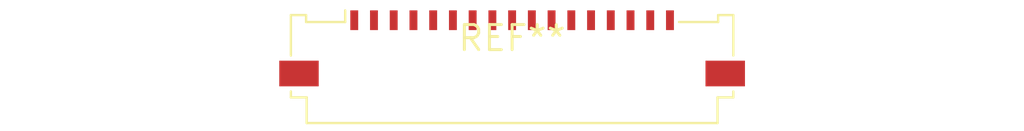
<source format=kicad_pcb>
(kicad_pcb (version 20240108) (generator pcbnew)
  (layers (0 "F.Cu" signal) (31 "B.Cu" signal) (34 "B.Paste" user) (35 "F.Paste" user) (36 "B.SilkS" user "B.Silkscreen") (37 "F.SilkS" user "F.Silkscreen") (38 "B.Mask" user) (39 "F.Mask" user) (44 "Edge.Cuts" user))
  (net 0 "")
  (footprint "Molex_200528-0170_1x17-1MP_P1.00mm_Horizontal" (layer "F.Cu") (at 0 0)
    (property "Reference" "REF**")
    (property "Value" "Molex_200528-0170_1x17-1MP_P1.00mm_Horizontal")
    (fp_line (start -11.21 -1.17) (end -11.21 0.88) (layer "F.SilkS") (stroke (width 0.12)))
    (fp_line (start -11.21 2.7) (end -11.21 3) (layer "F.SilkS") (stroke (width 0.12)))
    (fp_line (start -11.21 3) (end -10.41 3) (layer "F.SilkS") (stroke (width 0.12)))
    (fp_line (start -10.44 -1.17) (end -11.21 -1.17) (layer "F.SilkS") (stroke (width 0.12)))
    (fp_line (start -10.44 -0.82) (end -10.44 -1.17) (layer "F.SilkS") (stroke (width 0.12)))
    (fp_line (start -10.41 3) (end -10.41 4.3) (layer "F.SilkS") (stroke (width 0.12)))
    (fp_line (start -10.41 4.3) (end 10.41 4.3) (layer "F.SilkS") (stroke (width 0.12)))
    (fp_line (start -8.46 -1.41) (end -8.46 -0.82) (layer "F.SilkS") (stroke (width 0.12)))
    (fp_line (start -8.46 -0.82) (end -10.44 -0.82) (layer "F.SilkS") (stroke (width 0.12)))
    (fp_line (start 10.41 3) (end 11.21 3) (layer "F.SilkS") (stroke (width 0.12)))
    (fp_line (start 10.41 4.3) (end 10.41 3) (layer "F.SilkS") (stroke (width 0.12)))
    (fp_line (start 10.44 -1.17) (end 10.44 -0.82) (layer "F.SilkS") (stroke (width 0.12)))
    (fp_line (start 10.44 -0.82) (end 8.46 -0.82) (layer "F.SilkS") (stroke (width 0.12)))
    (fp_line (start 11.21 -1.17) (end 10.44 -1.17) (layer "F.SilkS") (stroke (width 0.12)))
    (fp_line (start 11.21 0.88) (end 11.21 -1.17) (layer "F.SilkS") (stroke (width 0.12)))
    (fp_line (start 11.21 3) (end 11.21 2.7) (layer "F.SilkS") (stroke (width 0.12)))
    (pad "1" smd rect (at -8 -0.91) (size 0.4 1) (layers "F.Cu" "F.Paste" "F.Mask"))
    (pad "2" smd rect (at -7 -0.91) (size 0.4 1) (layers "F.Cu" "F.Paste" "F.Mask"))
    (pad "3" smd rect (at -6 -0.91) (size 0.4 1) (layers "F.Cu" "F.Paste" "F.Mask"))
    (pad "4" smd rect (at -5 -0.91) (size 0.4 1) (layers "F.Cu" "F.Paste" "F.Mask"))
    (pad "5" smd rect (at -4 -0.91) (size 0.4 1) (layers "F.Cu" "F.Paste" "F.Mask"))
    (pad "6" smd rect (at -3 -0.91) (size 0.4 1) (layers "F.Cu" "F.Paste" "F.Mask"))
    (pad "7" smd rect (at -2 -0.91) (size 0.4 1) (layers "F.Cu" "F.Paste" "F.Mask"))
    (pad "8" smd rect (at -1 -0.91) (size 0.4 1) (layers "F.Cu" "F.Paste" "F.Mask"))
    (pad "9" smd rect (at 0 -0.91) (size 0.4 1) (layers "F.Cu" "F.Paste" "F.Mask"))
    (pad "10" smd rect (at 1 -0.91) (size 0.4 1) (layers "F.Cu" "F.Paste" "F.Mask"))
    (pad "11" smd rect (at 2 -0.91) (size 0.4 1) (layers "F.Cu" "F.Paste" "F.Mask"))
    (pad "12" smd rect (at 3 -0.91) (size 0.4 1) (layers "F.Cu" "F.Paste" "F.Mask"))
    (pad "13" smd rect (at 4 -0.91) (size 0.4 1) (layers "F.Cu" "F.Paste" "F.Mask"))
    (pad "14" smd rect (at 5 -0.91) (size 0.4 1) (layers "F.Cu" "F.Paste" "F.Mask"))
    (pad "15" smd rect (at 6 -0.91) (size 0.4 1) (layers "F.Cu" "F.Paste" "F.Mask"))
    (pad "16" smd rect (at 7 -0.91) (size 0.4 1) (layers "F.Cu" "F.Paste" "F.Mask"))
    (pad "17" smd rect (at 8 -0.91) (size 0.4 1) (layers "F.Cu" "F.Paste" "F.Mask"))
    (pad "MP" smd rect (at -10.8 1.79) (size 2 1.3) (layers "F.Cu" "F.Paste" "F.Mask"))
    (pad "MP" smd rect (at 10.8 1.79) (size 2 1.3) (layers "F.Cu" "F.Paste" "F.Mask"))
  )
)
</source>
